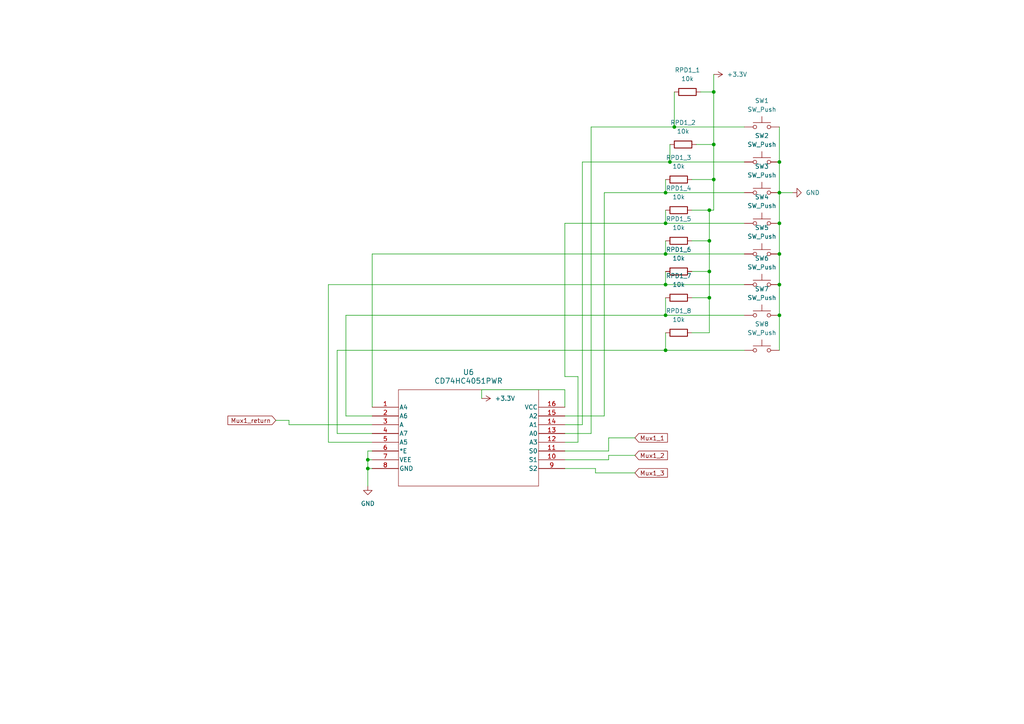
<source format=kicad_sch>
(kicad_sch (version 20230121) (generator eeschema)
  (paper "A4")
  (lib_symbols
    (symbol "2024-07-17_22-43-38:CD74HC4051PWR" (pin_names (offset 0.254))
      (property "Reference" "U" (at 27.94 10.16 0))
      (property "Value" "CD74HC4051PWR" (at 27.94 7.62 0))
      (symbol "CD74HC4051PWR_0_1"
        (polyline (pts (xy 7.62 -22.86) (xy 48.26 -22.86)) (stroke (width 0.127)))
        (polyline (pts (xy 7.62 5.08) (xy 7.62 -22.86)) (stroke (width 0.127)))
        (polyline (pts (xy 48.26 -22.86) (xy 48.26 5.08)) (stroke (width 0.127)))
        (polyline (pts (xy 48.26 5.08) (xy 7.62 5.08)) (stroke (width 0.127)))
        (pin bidirectional line (at 0 0 0) (length 7.62) (name "A4") (number "1"))
        (pin bidirectional line (at 55.88 -15.24 180) (length 7.62) (name "S1") (number "10"))
        (pin bidirectional line (at 55.88 -12.7 180) (length 7.62) (name "S0") (number "11"))
        (pin bidirectional line (at 55.88 -10.16 180) (length 7.62) (name "A3") (number "12"))
        (pin bidirectional line (at 55.88 -7.62 180) (length 7.62) (name "A0") (number "13"))
        (pin bidirectional line (at 55.88 -5.08 180) (length 7.62) (name "A1") (number "14"))
        (pin bidirectional line (at 55.88 -2.54 180) (length 7.62) (name "A2") (number "15"))
        (pin power_in line (at 55.88 0 180) (length 7.62) (name "VCC") (number "16"))
        (pin bidirectional line (at 0 -2.54 0) (length 7.62) (name "A6") (number "2"))
        (pin bidirectional line (at 0 -5.08 0) (length 7.62) (name "A") (number "3"))
        (pin bidirectional line (at 0 -7.62 0) (length 7.62) (name "A7") (number "4"))
        (pin bidirectional line (at 0 -10.16 0) (length 7.62) (name "A5") (number "5"))
        (pin input line (at 0 -12.7 0) (length 7.62) (name "*E") (number "6"))
        (pin power_in line (at 0 -15.24 0) (length 7.62) (name "VEE") (number "7"))
        (pin power_in line (at 0 -17.78 0) (length 7.62) (name "GND") (number "8"))
        (pin bidirectional line (at 55.88 -17.78 180) (length 7.62) (name "S2") (number "9"))
      )
    )
    (symbol "Device:R" (pin_numbers hide) (pin_names (offset 0))
      (property "Reference" "R" (at 2.032 0 90))
      (property "Value" "R" (at 0 0 90))
      (symbol "R_0_1"
        (rectangle (start -1.016 -2.54) (end 1.016 2.54) (stroke (width 0.254)))
      )
      (symbol "R_1_1"
        (pin passive line (at 0 3.81 270) (length 1.27) (name "~") (number "1"))
        (pin passive line (at 0 -3.81 90) (length 1.27) (name "~") (number "2"))
      )
    )
    (symbol "Switch:SW_Push" (pin_numbers hide) (pin_names (offset 1.016) hide)
      (property "Reference" "SW" (at 1.27 2.54 0))
      (property "Value" "SW_Push" (at 0 -1.524 0))
      (symbol "SW_Push_0_1"
        (circle (center -2.032 0) (radius 0.508))
        (polyline (pts (xy 0 1.27) (xy 0 3.048)))
        (polyline (pts (xy 2.54 1.27) (xy -2.54 1.27)))
        (circle (center 2.032 0) (radius 0.508))
        (pin passive line (at -5.08 0 0) (length 2.54) (name "1") (number "1"))
        (pin passive line (at 5.08 0 180) (length 2.54) (name "2") (number "2"))
      )
    )
    (symbol "power:+3.3V" (power) (pin_names (offset 0))
      (property "Value" "+3.3V" (at 0 3.556 0))
      (symbol "+3.3V_0_1"
        (polyline (pts (xy -0.762 1.27) (xy 0 2.54)))
        (polyline (pts (xy 0 0) (xy 0 2.54)))
        (polyline (pts (xy 0 2.54) (xy 0.762 1.27)))
      )
      (symbol "+3.3V_1_1"
        (pin power_in line (at 0 0 90) (length 0) hide (name "+3.3V") (number "1"))
      )
    )
    (symbol "power:GND" (power) (pin_names (offset 0))
      (property "Value" "GND" (at 0 -3.81 0))
      (symbol "GND_0_1"
        (polyline (pts (xy 0 0) (xy 0 -1.27) (xy 1.27 -1.27) (xy 0 -2.54) (xy -1.27 -1.27) (xy 0 -1.27)))
      )
      (symbol "GND_1_1"
        (pin power_in line (at 0 0 270) (length 0) hide (name "GND") (number "1"))
      )
    )
  )
  (junction (at 226.06 55.88))
  (junction (at 226.06 73.66))
  (junction (at 193.04 55.88))
  (junction (at 193.04 73.66))
  (junction (at 194.31 46.99))
  (junction (at 205.74 60.96))
  (junction (at 195.58 36.83))
  (junction (at 193.04 64.77))
  (junction (at 226.06 46.99))
  (junction (at 193.04 101.6))
  (junction (at 106.68 135.89))
  (junction (at 207.01 41.91))
  (junction (at 205.74 78.74))
  (junction (at 193.04 91.44))
  (junction (at 226.06 82.55))
  (junction (at 205.74 69.85))
  (junction (at 207.01 26.67))
  (junction (at 207.01 52.07))
  (junction (at 205.74 86.36))
  (junction (at 106.68 133.35))
  (junction (at 226.06 91.44))
  (junction (at 193.04 82.55))
  (junction (at 226.06 64.77))
  (wire (pts (xy 193.04 86.36) (xy 193.04 91.44)))
  (wire (pts (xy 195.58 36.83) (xy 215.9 36.83)))
  (wire (pts (xy 107.95 130.81) (xy 106.68 130.81)))
  (wire (pts (xy 171.45 36.83) (xy 195.58 36.83)))
  (wire (pts (xy 100.33 120.65) (xy 100.33 91.44)))
  (wire (pts (xy 106.68 133.35) (xy 106.68 135.89)))
  (wire (pts (xy 176.53 127) (xy 184.15 127)))
  (wire (pts (xy 193.04 91.44) (xy 215.9 91.44)))
  (wire (pts (xy 163.83 109.22) (xy 163.83 64.77)))
  (wire (pts (xy 107.95 133.35) (xy 106.68 133.35)))
  (wire (pts (xy 139.7 113.03) (xy 139.7 115.57)))
  (wire (pts (xy 194.31 41.91) (xy 194.31 46.99)))
  (wire (pts (xy 203.2 26.67) (xy 207.01 26.67)))
  (wire (pts (xy 195.58 26.67) (xy 195.58 36.83)))
  (wire (pts (xy 226.06 64.77) (xy 226.06 73.66)))
  (wire (pts (xy 106.68 135.89) (xy 107.95 135.89)))
  (wire (pts (xy 106.68 140.97) (xy 106.68 135.89)))
  (wire (pts (xy 97.79 101.6) (xy 193.04 101.6)))
  (wire (pts (xy 107.95 73.66) (xy 193.04 73.66)))
  (wire (pts (xy 107.95 125.73) (xy 97.79 125.73)))
  (wire (pts (xy 200.66 78.74) (xy 205.74 78.74)))
  (wire (pts (xy 200.66 86.36) (xy 205.74 86.36)))
  (wire (pts (xy 176.53 132.08) (xy 184.15 132.08)))
  (wire (pts (xy 175.26 55.88) (xy 193.04 55.88)))
  (wire (pts (xy 194.31 46.99) (xy 215.9 46.99)))
  (wire (pts (xy 107.95 123.19) (xy 83.82 123.19)))
  (wire (pts (xy 200.66 69.85) (xy 205.74 69.85)))
  (wire (pts (xy 193.04 82.55) (xy 215.9 82.55)))
  (wire (pts (xy 107.95 128.27) (xy 95.25 128.27)))
  (wire (pts (xy 176.53 133.35) (xy 176.53 132.08)))
  (wire (pts (xy 207.01 41.91) (xy 207.01 52.07)))
  (wire (pts (xy 226.06 55.88) (xy 226.06 64.77)))
  (wire (pts (xy 193.04 52.07) (xy 193.04 55.88)))
  (wire (pts (xy 205.74 69.85) (xy 205.74 78.74)))
  (wire (pts (xy 226.06 55.88) (xy 229.87 55.88)))
  (wire (pts (xy 107.95 73.66) (xy 107.95 118.11)))
  (wire (pts (xy 163.83 109.22) (xy 167.64 109.22)))
  (wire (pts (xy 168.91 123.19) (xy 168.91 46.99)))
  (wire (pts (xy 205.74 78.74) (xy 205.74 86.36)))
  (wire (pts (xy 193.04 101.6) (xy 215.9 101.6)))
  (wire (pts (xy 226.06 36.83) (xy 226.06 46.99)))
  (wire (pts (xy 193.04 78.74) (xy 193.04 82.55)))
  (wire (pts (xy 200.66 96.52) (xy 205.74 96.52)))
  (wire (pts (xy 200.66 60.96) (xy 205.74 60.96)))
  (wire (pts (xy 163.83 133.35) (xy 176.53 133.35)))
  (wire (pts (xy 207.01 26.67) (xy 207.01 41.91)))
  (wire (pts (xy 163.83 128.27) (xy 167.64 128.27)))
  (wire (pts (xy 207.01 21.59) (xy 207.01 26.67)))
  (wire (pts (xy 163.83 113.03) (xy 163.83 118.11)))
  (wire (pts (xy 163.83 64.77) (xy 193.04 64.77)))
  (wire (pts (xy 172.72 137.16) (xy 184.15 137.16)))
  (wire (pts (xy 205.74 60.96) (xy 205.74 69.85)))
  (wire (pts (xy 163.83 123.19) (xy 168.91 123.19)))
  (wire (pts (xy 205.74 60.96) (xy 207.01 60.96)))
  (wire (pts (xy 193.04 96.52) (xy 193.04 101.6)))
  (wire (pts (xy 226.06 73.66) (xy 226.06 82.55)))
  (wire (pts (xy 83.82 121.92) (xy 80.01 121.92)))
  (wire (pts (xy 95.25 128.27) (xy 95.25 82.55)))
  (wire (pts (xy 100.33 91.44) (xy 193.04 91.44)))
  (wire (pts (xy 139.7 113.03) (xy 163.83 113.03)))
  (wire (pts (xy 97.79 125.73) (xy 97.79 101.6)))
  (wire (pts (xy 205.74 86.36) (xy 205.74 96.52)))
  (wire (pts (xy 163.83 125.73) (xy 171.45 125.73)))
  (wire (pts (xy 226.06 82.55) (xy 226.06 91.44)))
  (wire (pts (xy 106.68 130.81) (xy 106.68 133.35)))
  (wire (pts (xy 193.04 55.88) (xy 215.9 55.88)))
  (wire (pts (xy 193.04 60.96) (xy 193.04 64.77)))
  (wire (pts (xy 226.06 91.44) (xy 226.06 101.6)))
  (wire (pts (xy 226.06 46.99) (xy 226.06 55.88)))
  (wire (pts (xy 95.25 82.55) (xy 193.04 82.55)))
  (wire (pts (xy 171.45 125.73) (xy 171.45 36.83)))
  (wire (pts (xy 107.95 120.65) (xy 100.33 120.65)))
  (wire (pts (xy 83.82 123.19) (xy 83.82 121.92)))
  (wire (pts (xy 193.04 64.77) (xy 215.9 64.77)))
  (wire (pts (xy 168.91 46.99) (xy 194.31 46.99)))
  (wire (pts (xy 207.01 52.07) (xy 207.01 60.96)))
  (wire (pts (xy 163.83 120.65) (xy 175.26 120.65)))
  (wire (pts (xy 175.26 120.65) (xy 175.26 55.88)))
  (wire (pts (xy 167.64 109.22) (xy 167.64 128.27)))
  (wire (pts (xy 172.72 137.16) (xy 172.72 135.89)))
  (wire (pts (xy 176.53 130.81) (xy 176.53 127)))
  (wire (pts (xy 193.04 73.66) (xy 215.9 73.66)))
  (wire (pts (xy 200.66 52.07) (xy 207.01 52.07)))
  (wire (pts (xy 193.04 69.85) (xy 193.04 73.66)))
  (wire (pts (xy 201.93 41.91) (xy 207.01 41.91)))
  (wire (pts (xy 163.83 130.81) (xy 176.53 130.81)))
  (wire (pts (xy 163.83 135.89) (xy 172.72 135.89)))
  (global_label "Mux1_3" (shape input) (at 184.15 137.16 0) (property "Intersheetrefs" "${INTERSHEET_REFS}" (effects hide)))
  (global_label "Mux1_2" (shape input) (at 184.15 132.08 0) (property "Intersheetrefs" "${INTERSHEET_REFS}" (effects hide)))
  (global_label "Mux1_return" (shape input) (at 80.01 121.92 180) (property "Intersheetrefs" "${INTERSHEET_REFS}" (effects hide)))
  (global_label "Mux1_1" (shape input) (at 184.15 127 0) (property "Intersheetrefs" "${INTERSHEET_REFS}" (effects hide)))
  (symbol (lib_id "power:GND") (at 229.87 55.88 90) (unit 1)
    (property "Reference" "#PWR027" (effects hide))
    (property "Value" "GND" (at 233.68 55.88 90) (effects (justify right)))
    (instances (project "Control Board V2.1" (path "" (reference "#PWR027") (unit 1)) (path "" (reference "#PWR034") (unit 1))))
  )
  (symbol (lib_id "Switch:SW_Push") (at 220.98 82.55 0) (unit 1)
    (property "Reference" "SW6" (at 220.98 74.93 0))
    (property "Value" "SW_Push" (at 220.98 77.47 0))
    (property "Footprint" "TerminalBlock_4Ucon:TerminalBlock_4Ucon_1x02_P3.50mm_Vertical" (effects hide))
  )
  (symbol (lib_id "Device:R") (at 196.85 86.36 90) (unit 1)
    (property "Reference" "RPD1_7" (at 196.85 80.01 90))
    (property "Value" "10k" (at 196.85 82.55 90))
    (property "Footprint" "Resistor_SMD:R_0805_2012Metric_Pad1.20x1.40mm_HandSolder" (effects hide))
  )
  (symbol (lib_id "Switch:SW_Push") (at 220.98 64.77 0) (unit 1)
    (property "Reference" "SW4" (at 220.98 57.15 0))
    (property "Value" "SW_Push" (at 220.98 59.69 0))
    (property "Footprint" "TerminalBlock_4Ucon:TerminalBlock_4Ucon_1x02_P3.50mm_Vertical" (effects hide))
  )
  (symbol (lib_id "Switch:SW_Push") (at 220.98 91.44 0) (unit 1)
    (property "Reference" "SW7" (at 220.98 83.82 0))
    (property "Value" "SW_Push" (at 220.98 86.36 0))
    (property "Footprint" "TerminalBlock_4Ucon:TerminalBlock_4Ucon_1x02_P3.50mm_Vertical" (effects hide))
  )
  (symbol (lib_id "Switch:SW_Push") (at 220.98 73.66 0) (unit 1)
    (property "Reference" "SW5" (at 220.98 66.04 0))
    (property "Value" "SW_Push" (at 220.98 68.58 0))
    (property "Footprint" "TerminalBlock_4Ucon:TerminalBlock_4Ucon_1x02_P3.50mm_Vertical" (effects hide))
  )
  (symbol (lib_id "2024-07-17_22-43-38:CD74HC4051PWR") (at 107.95 118.11 0) (unit 1)
    (property "Reference" "U6" (at 135.89 107.95 0) (effects (font (size 1.524 1.524))))
    (property "Value" "CD74HC4051PWR" (at 135.89 110.49 0) (effects (font (size 1.524 1.524))))
    (property "Footprint" "PW16" (effects hide))
    (property "Datasheet" "CD74HC4051PWR" (effects hide))
  )
  (symbol (lib_id "power:+3.3V") (at 139.7 115.57 270) (unit 1)
    (property "Reference" "#PWR025" (effects hide))
    (property "Value" "+3.3V" (at 143.51 115.57 90) (effects (justify left)))
    (instances (project "Control Board V2.1" (path "" (reference "#PWR025") (unit 1)) (path "" (reference "#PWR031") (unit 1))))
  )
  (symbol (lib_id "Device:R") (at 196.85 69.85 90) (unit 1)
    (property "Reference" "RPD1_5" (at 196.85 63.5 90))
    (property "Value" "10k" (at 196.85 66.04 90))
    (property "Footprint" "Resistor_SMD:R_0805_2012Metric_Pad1.20x1.40mm_HandSolder" (effects hide))
  )
  (symbol (lib_id "Device:R") (at 196.85 52.07 90) (unit 1)
    (property "Reference" "RPD1_3" (at 196.85 45.72 90))
    (property "Value" "10k" (at 196.85 48.26 90))
    (property "Footprint" "Resistor_SMD:R_0805_2012Metric_Pad1.20x1.40mm_HandSolder" (effects hide))
  )
  (symbol (lib_id "Switch:SW_Push") (at 220.98 46.99 0) (unit 1)
    (property "Reference" "SW2" (at 220.98 39.37 0))
    (property "Value" "SW_Push" (at 220.98 41.91 0))
    (property "Footprint" "TerminalBlock_4Ucon:TerminalBlock_4Ucon_1x02_P3.50mm_Vertical" (effects hide))
  )
  (symbol (lib_id "Switch:SW_Push") (at 220.98 55.88 0) (unit 1)
    (property "Reference" "SW3" (at 220.98 48.26 0))
    (property "Value" "SW_Push" (at 220.98 50.8 0))
    (property "Footprint" "TerminalBlock_4Ucon:TerminalBlock_4Ucon_1x02_P3.50mm_Vertical" (effects hide))
  )
  (symbol (lib_id "power:GND") (at 106.68 140.97 0) (unit 1)
    (property "Reference" "#PWR027" (effects hide))
    (property "Value" "GND" (at 106.68 146.05 0))
    (instances (project "Control Board V2.1" (path "" (reference "#PWR027") (unit 1)) (path "" (reference "#PWR033") (unit 1))))
  )
  (symbol (lib_id "Switch:SW_Push") (at 220.98 36.83 0) (unit 1)
    (property "Reference" "SW1" (at 220.98 29.21 0))
    (property "Value" "SW_Push" (at 220.98 31.75 0))
    (property "Footprint" "TerminalBlock_4Ucon:TerminalBlock_4Ucon_1x02_P3.50mm_Vertical" (effects hide))
  )
  (symbol (lib_id "Switch:SW_Push") (at 220.98 101.6 0) (unit 1)
    (property "Reference" "SW8" (at 220.98 93.98 0))
    (property "Value" "SW_Push" (at 220.98 96.52 0))
    (property "Footprint" "TerminalBlock_4Ucon:TerminalBlock_4Ucon_1x02_P3.50mm_Vertical" (effects hide))
  )
  (symbol (lib_id "Device:R") (at 199.39 26.67 90) (unit 1)
    (property "Reference" "RPD1_1" (at 199.39 20.32 90))
    (property "Value" "10k" (at 199.39 22.86 90))
    (property "Footprint" "Resistor_SMD:R_0805_2012Metric_Pad1.20x1.40mm_HandSolder" (effects hide))
  )
  (symbol (lib_id "Device:R") (at 196.85 96.52 90) (unit 1)
    (property "Reference" "RPD1_8" (at 196.85 90.17 90))
    (property "Value" "10k" (at 196.85 92.71 90))
    (property "Footprint" "Resistor_SMD:R_0805_2012Metric_Pad1.20x1.40mm_HandSolder" (effects hide))
  )
  (symbol (lib_id "Device:R") (at 198.12 41.91 90) (unit 1)
    (property "Reference" "RPD1_2" (at 198.12 35.56 90))
    (property "Value" "10k" (at 198.12 38.1 90))
    (property "Footprint" "Resistor_SMD:R_0805_2012Metric_Pad1.20x1.40mm_HandSolder" (effects hide))
  )
  (symbol (lib_id "Device:R") (at 196.85 78.74 90) (unit 1)
    (property "Reference" "RPD1_6" (at 196.85 72.39 90))
    (property "Value" "10k" (at 196.85 74.93 90))
    (property "Footprint" "Resistor_SMD:R_0805_2012Metric_Pad1.20x1.40mm_HandSolder" (effects hide))
  )
  (symbol (lib_id "power:+3.3V") (at 207.01 21.59 270) (unit 1)
    (property "Reference" "#PWR025" (effects hide))
    (property "Value" "+3.3V" (at 210.82 21.59 90) (effects (justify left)))
    (instances (project "Control Board V2.1" (path "" (reference "#PWR025") (unit 1)) (path "" (reference "#PWR035") (unit 1))))
  )
  (symbol (lib_id "Device:R") (at 196.85 60.96 90) (unit 1)
    (property "Reference" "RPD1_4" (at 196.85 54.61 90))
    (property "Value" "10k" (at 196.85 57.15 90))
    (property "Footprint" "Resistor_SMD:R_0805_2012Metric_Pad1.20x1.40mm_HandSolder" (effects hide))
  )
)
</source>
